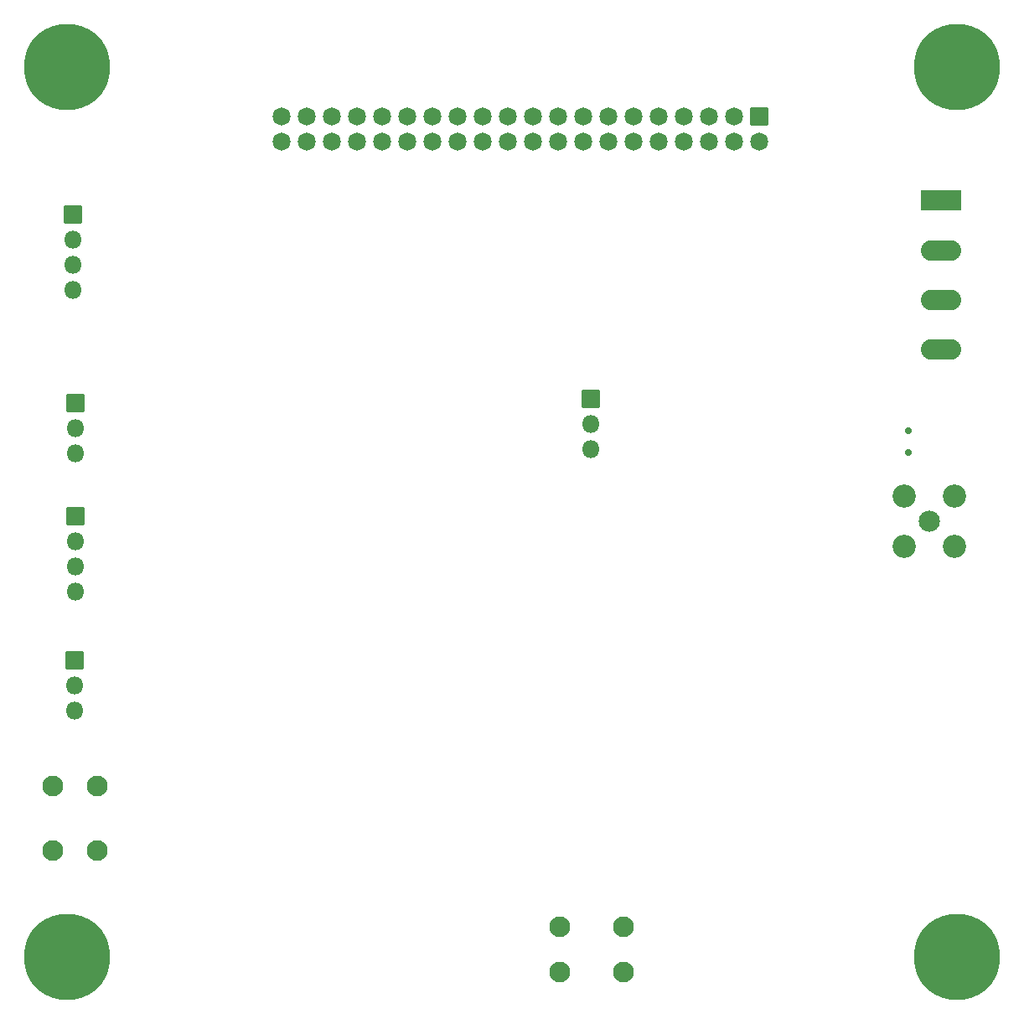
<source format=gbr>
%TF.GenerationSoftware,KiCad,Pcbnew,6.0.5-a6ca702e91~116~ubuntu22.04.1*%
%TF.CreationDate,2022-06-14T21:35:24-07:00*%
%TF.ProjectId,aprs-esp32,61707273-2d65-4737-9033-322e6b696361,v1.0.0*%
%TF.SameCoordinates,Original*%
%TF.FileFunction,Soldermask,Bot*%
%TF.FilePolarity,Negative*%
%FSLAX46Y46*%
G04 Gerber Fmt 4.6, Leading zero omitted, Abs format (unit mm)*
G04 Created by KiCad (PCBNEW 6.0.5-a6ca702e91~116~ubuntu22.04.1) date 2022-06-14 21:35:24*
%MOMM*%
%LPD*%
G01*
G04 APERTURE LIST*
G04 Aperture macros list*
%AMRoundRect*
0 Rectangle with rounded corners*
0 $1 Rounding radius*
0 $2 $3 $4 $5 $6 $7 $8 $9 X,Y pos of 4 corners*
0 Add a 4 corners polygon primitive as box body*
4,1,4,$2,$3,$4,$5,$6,$7,$8,$9,$2,$3,0*
0 Add four circle primitives for the rounded corners*
1,1,$1+$1,$2,$3*
1,1,$1+$1,$4,$5*
1,1,$1+$1,$6,$7*
1,1,$1+$1,$8,$9*
0 Add four rect primitives between the rounded corners*
20,1,$1+$1,$2,$3,$4,$5,0*
20,1,$1+$1,$4,$5,$6,$7,0*
20,1,$1+$1,$6,$7,$8,$9,0*
20,1,$1+$1,$8,$9,$2,$3,0*%
G04 Aperture macros list end*
%ADD10C,2.100000*%
%ADD11C,1.825000*%
%ADD12RoundRect,0.050000X0.862500X0.862500X-0.862500X0.862500X-0.862500X-0.862500X0.862500X-0.862500X0*%
%ADD13C,2.150000*%
%ADD14C,2.350000*%
%ADD15RoundRect,0.050000X-1.980000X0.990000X-1.980000X-0.990000X1.980000X-0.990000X1.980000X0.990000X0*%
%ADD16O,4.060000X2.080000*%
%ADD17RoundRect,0.050000X-0.850000X-0.850000X0.850000X-0.850000X0.850000X0.850000X-0.850000X0.850000X0*%
%ADD18O,1.800000X1.800000*%
%ADD19C,1.000000*%
%ADD20C,8.700000*%
%ADD21C,0.710000*%
G04 APERTURE END LIST*
D10*
%TO.C,SW2*%
X28065000Y-97715000D03*
X28065000Y-104215000D03*
X23565000Y-97715000D03*
X23565000Y-104215000D03*
%TD*%
D11*
%TO.C,J5*%
X46740000Y-32540000D03*
X46740000Y-30000000D03*
X49280000Y-32540000D03*
X49280000Y-30000000D03*
X51820000Y-32540000D03*
X51820000Y-30000000D03*
X54360000Y-32540000D03*
X54360000Y-30000000D03*
X56900000Y-32540000D03*
X56900000Y-30000000D03*
X59440000Y-32540000D03*
X59440000Y-30000000D03*
X61980000Y-32540000D03*
X61980000Y-30000000D03*
X64520000Y-32540000D03*
X64520000Y-30000000D03*
X67060000Y-32540000D03*
X67060000Y-30000000D03*
X69600000Y-32540000D03*
X69600000Y-30000000D03*
X72140000Y-32540000D03*
X72140000Y-30000000D03*
X74680000Y-32540000D03*
X74680000Y-30000000D03*
X77220000Y-32540000D03*
X77220000Y-30000000D03*
X79760000Y-32540000D03*
X79760000Y-30000000D03*
X82300000Y-32540000D03*
X82300000Y-30000000D03*
X84840000Y-32540000D03*
X84840000Y-30000000D03*
X87380000Y-32540000D03*
X87380000Y-30000000D03*
X89920000Y-32540000D03*
X89920000Y-30000000D03*
X92460000Y-32540000D03*
X92460000Y-30000000D03*
X95000000Y-32540000D03*
D12*
X95000000Y-30000000D03*
%TD*%
D13*
%TO.C,J7*%
X112186370Y-70945645D03*
D14*
X114726370Y-73485645D03*
X109646370Y-73485645D03*
X114726370Y-68405645D03*
X109646370Y-68405645D03*
%TD*%
D15*
%TO.C,J3*%
X113345000Y-38545000D03*
D16*
X113345000Y-43545000D03*
X113345000Y-48545000D03*
X113345000Y-53545000D03*
%TD*%
D17*
%TO.C,J8*%
X25798507Y-85003164D03*
D18*
X25798507Y-87543164D03*
X25798507Y-90083164D03*
%TD*%
D17*
%TO.C,J6*%
X77940218Y-58596018D03*
D18*
X77940218Y-61136018D03*
X77940218Y-63676018D03*
%TD*%
D19*
%TO.C,H4*%
X118145000Y-114920000D03*
D20*
X114920000Y-114920000D03*
D19*
X112639581Y-117200419D03*
X111695000Y-114920000D03*
X117200419Y-117200419D03*
X114920000Y-111695000D03*
X117200419Y-112639581D03*
X114920000Y-118145000D03*
X112639581Y-112639581D03*
%TD*%
D21*
%TO.C,FL1*%
X110051659Y-61761266D03*
X110051659Y-63971266D03*
%TD*%
D20*
%TO.C,H3*%
X25080000Y-114920000D03*
D19*
X21855000Y-114920000D03*
X25080000Y-118145000D03*
X27360419Y-112639581D03*
X27360419Y-117200419D03*
X22799581Y-117200419D03*
X22799581Y-112639581D03*
X28305000Y-114920000D03*
X25080000Y-111695000D03*
%TD*%
D17*
%TO.C,J2*%
X25885000Y-59025000D03*
D18*
X25885000Y-61565000D03*
X25885000Y-64105000D03*
%TD*%
D17*
%TO.C,J4*%
X25592860Y-39985000D03*
D18*
X25592860Y-42525000D03*
X25592860Y-45065000D03*
X25592860Y-47605000D03*
%TD*%
D19*
%TO.C,H2*%
X27360419Y-22799581D03*
D20*
X25080000Y-25080000D03*
D19*
X21855000Y-25080000D03*
X27360419Y-27360419D03*
X22799581Y-27360419D03*
X25080000Y-28305000D03*
X22799581Y-22799581D03*
X25080000Y-21855000D03*
X28305000Y-25080000D03*
%TD*%
%TO.C,H1*%
X118145000Y-25080000D03*
X111695000Y-25080000D03*
D20*
X114920000Y-25080000D03*
D19*
X117200419Y-27360419D03*
X114920000Y-28305000D03*
X117200419Y-22799581D03*
X114920000Y-21855000D03*
X112639581Y-27360419D03*
X112639581Y-22799581D03*
%TD*%
D17*
%TO.C,J1*%
X25885000Y-70455000D03*
D18*
X25885000Y-72995000D03*
X25885000Y-75535000D03*
X25885000Y-78075000D03*
%TD*%
D10*
%TO.C,SW1*%
X81299009Y-111952171D03*
X74799009Y-111952171D03*
X74799009Y-116452171D03*
X81299009Y-116452171D03*
%TD*%
M02*

</source>
